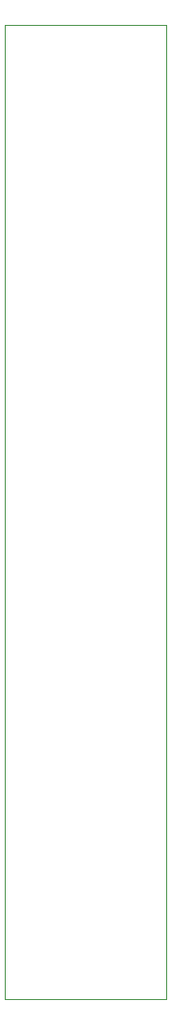
<source format=gbr>
%TF.GenerationSoftware,KiCad,Pcbnew,7.0.8*%
%TF.CreationDate,2024-02-03T12:13:41+03:00*%
%TF.ProjectId,RS485_1,52533438-355f-4312-9e6b-696361645f70,rev?*%
%TF.SameCoordinates,Original*%
%TF.FileFunction,Profile,NP*%
%FSLAX46Y46*%
G04 Gerber Fmt 4.6, Leading zero omitted, Abs format (unit mm)*
G04 Created by KiCad (PCBNEW 7.0.8) date 2024-02-03 12:13:41*
%MOMM*%
%LPD*%
G01*
G04 APERTURE LIST*
%TA.AperFunction,Profile*%
%ADD10C,0.100000*%
%TD*%
G04 APERTURE END LIST*
D10*
X237950000Y-48650000D02*
X237950000Y-134650000D01*
X223650000Y-48650000D02*
X237950000Y-48650000D01*
X237950000Y-134650000D02*
X223650000Y-134650000D01*
X223650000Y-134650000D02*
X223650000Y-48650000D01*
M02*

</source>
